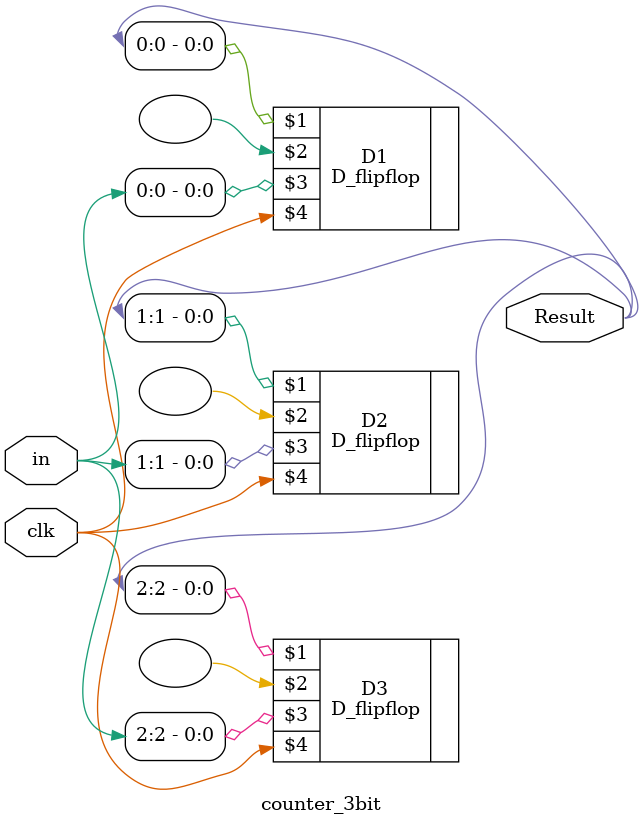
<source format=v>
`include "./D_flipflop.v"
module counter_3bit (
  output [2:0]Result,
  input [2:0]in, 
  input clk
);
wire [2:0]Result;

D_flipflop D1(Result[0],,in[0],clk),
  D2(Result[1],,in[1],clk),
  D3(Result[2],,in[2],clk);
  
endmodule

</source>
